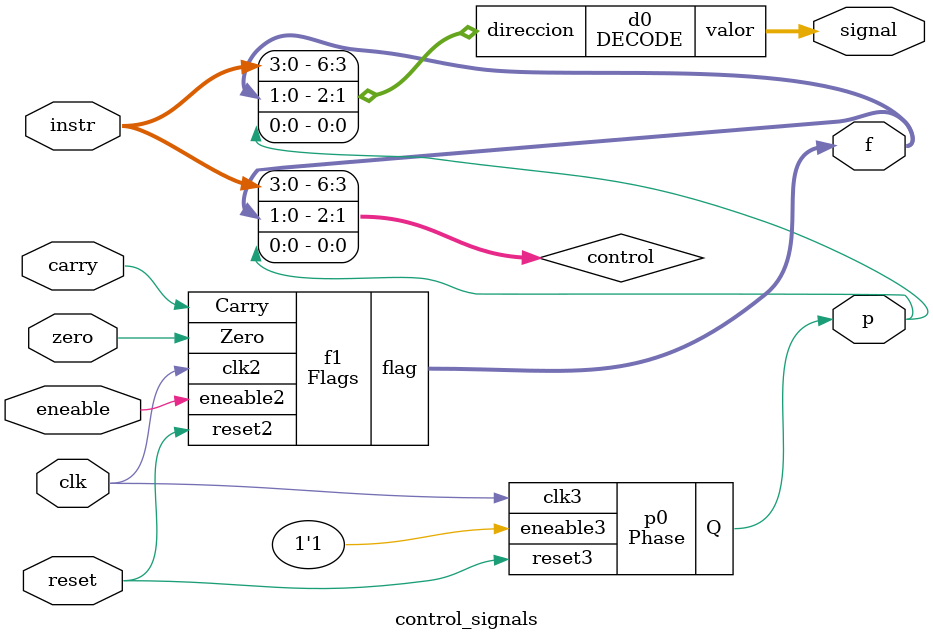
<source format=v>
module Flags(input wire eneable2, reset2, clk2, Carry, Zero, output reg [1:0]flag);
   always @ (posedge clk2, posedge reset2) begin
      if (reset2) begin
        flag[0] <= 0;
        flag[1] <= 0;
      end
      else if (eneable2) begin
        flag[0] <= Zero;
        flag[1] <= Carry;
      end
    end
endmodule //El funcionamiento de este modulo es similar al modulo "FlipFlopD_4b",
          //del archivo "Modulos_auxiliares.v", la diferencia esta que en este
          //se realiza el procedimiento para dos valores distintos al mismo tiempo.
//******************************************************************************
module Phase(input wire eneable3, reset3, clk3, output wire Q);
    FlipFlopD f0(eneable3, reset3, clk3, ~Q, Q);
endmodule //Este modulo describe que durante cada flanco de reloj la entrada "D"
          //del FlipFlop tipo D es el valor inverso de la salida actual "Q".
//******************************************************************************
module DECODE(input wire [6:0]direccion, output reg [12:0] valor);
    always @ ( direccion ) begin
      casez(direccion)
        7'b??????0 : valor <= 13'b1000000001000;//any
        7'b00001?1 : valor <= 13'b0100000001000;//JC
        7'b00000?1 : valor <= 13'b1000000001000;//JC
        7'b00011?1 : valor <= 13'b1000000001000;//JNC
        7'b00010?1 : valor <= 13'b0100000001000;//JNC
        7'b0010??1 : valor <= 13'b0001001000010;//CMPM
        7'b0011??1 : valor <= 13'b1001001100000;//IN
        7'b0100??1 : valor <= 13'b0011010000010;//LIT
        7'b0101??1 : valor <= 13'b0011010000100;//LD
        7'b0110??1 : valor <= 13'b1011010100000;//ST
        7'b0111??1 : valor <= 13'b1000000111000;//JZ
        7'b1000?11 : valor <= 13'b0100000001000;//JZ
        7'b1000?01 : valor <= 13'b1000000001000;//JNZ
        7'b1001?11 : valor <= 13'b1000000001000;//JNZ
        7'b1001?01 : valor <= 13'b0100000001000;//ADDI
        7'b1010??1 : valor <= 13'b0011011000010;//ADDM
        7'b1011??1 : valor <= 13'b1011011100000;//JMP
        7'b1100??1 : valor <= 13'b0100000001000;//OUT
        7'b1101??1 : valor <= 13'b0000000001001;//NANDI
        7'b1110??1 : valor <= 13'b0011100000010;//NANDM
        7'b1111??1 : valor <= 13'b1011100100000;
        default: valor <= 13'b0;//cualquier valor que no coincida con los anteriores es 0.
      endcase
    end
endmodule //En este modulo se especifica todas las acciones posibles que el proce-
          //sador puede llevar a cabo, el significado de cada bit se explica en el
          //apartado "Habilitar operaciones" de "Asignaciones auxiliares".
//******************************************************************************
module control_signals(input wire eneable, reset, clk, carry, zero, input wire [3:0]instr,
                        output wire p, output wire [12:0]signal, output[1:0]f);
  wire [6:0]control;
  assign control= {instr, f, p};
  Flags f1(eneable, reset, clk, carry, zero, f);
  Phase p0(1'b1, reset, clk, p);
  DECODE d0(control, signal);
endmodule //En este modulo se lleva a cabo la conexion de las entradas del Decode,
          //que son el valor de "instr" (que viene del Fetch), las banderas de
          //carry & zero (que vienen de la ALU) y el valor de "phase" que proviene
          //de un FF tipo T (que ademas sirve como eneable para el "Fetch").

</source>
